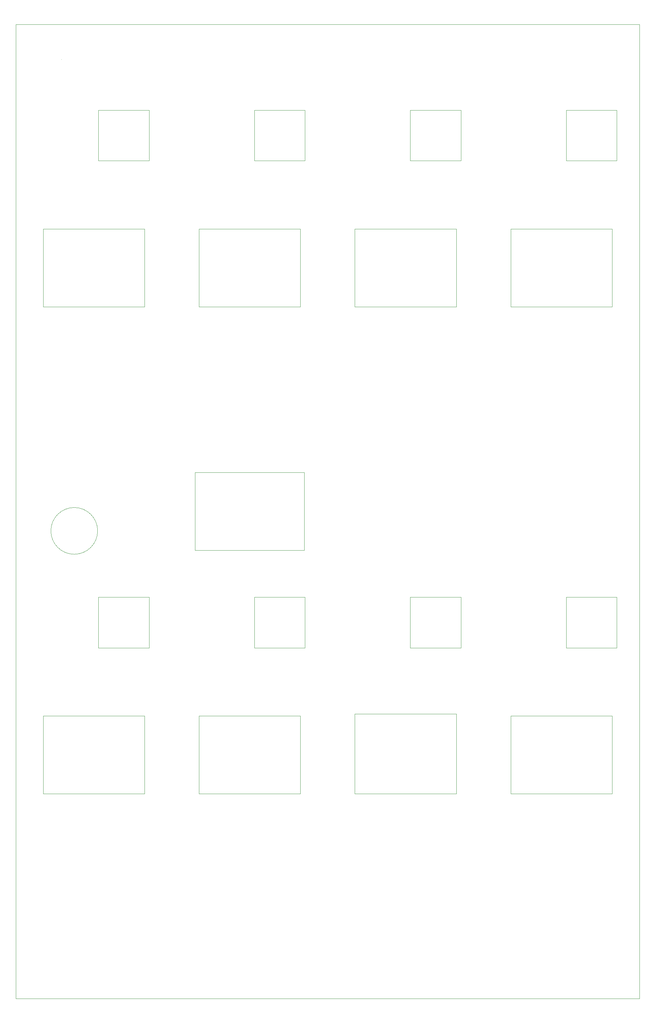
<source format=gbr>
%TF.GenerationSoftware,KiCad,Pcbnew,(6.0.5)*%
%TF.CreationDate,2022-12-31T14:25:50+00:00*%
%TF.ProjectId,PiPicoTX816-Panel,50695069-636f-4545-9838-31362d50616e,rev?*%
%TF.SameCoordinates,Original*%
%TF.FileFunction,Profile,NP*%
%FSLAX46Y46*%
G04 Gerber Fmt 4.6, Leading zero omitted, Abs format (unit mm)*
G04 Created by KiCad (PCBNEW (6.0.5)) date 2022-12-31 14:25:50*
%MOMM*%
%LPD*%
G01*
G04 APERTURE LIST*
%TA.AperFunction,Profile*%
%ADD10C,0.100000*%
%TD*%
G04 APERTURE END LIST*
D10*
X10000000Y-10000000D02*
X170000000Y-10000000D01*
X170000000Y-10000000D02*
X170000000Y-260000000D01*
X170000000Y-260000000D02*
X10000000Y-260000000D01*
X10000000Y-260000000D02*
X10000000Y-10000000D01*
X151200000Y-157000000D02*
X164200000Y-157000000D01*
X164200000Y-157000000D02*
X164200000Y-170000000D01*
X164200000Y-170000000D02*
X151200000Y-170000000D01*
X151200000Y-170000000D02*
X151200000Y-157000000D01*
X31000000Y-140000000D02*
G75*
G03*
X31000000Y-140000000I-6000000J0D01*
G01*
X71200000Y-157000000D02*
X84200000Y-157000000D01*
X84200000Y-157000000D02*
X84200000Y-170000000D01*
X84200000Y-170000000D02*
X71200000Y-170000000D01*
X71200000Y-170000000D02*
X71200000Y-157000000D01*
X111200000Y-157000000D02*
X124200000Y-157000000D01*
X124200000Y-157000000D02*
X124200000Y-170000000D01*
X124200000Y-170000000D02*
X111200000Y-170000000D01*
X111200000Y-170000000D02*
X111200000Y-157000000D01*
X137000000Y-62500000D02*
X163000000Y-62500000D01*
X163000000Y-62500000D02*
X163000000Y-82500000D01*
X163000000Y-82500000D02*
X137000000Y-82500000D01*
X137000000Y-82500000D02*
X137000000Y-62500000D01*
X32270001Y-54330000D02*
G75*
G03*
X32270001Y-54330000I-1J0D01*
G01*
X111200000Y-32000000D02*
X124200000Y-32000000D01*
X124200000Y-32000000D02*
X124200000Y-45000000D01*
X124200000Y-45000000D02*
X111200000Y-45000000D01*
X111200000Y-45000000D02*
X111200000Y-32000000D01*
X17000000Y-187500000D02*
X43000000Y-187500000D01*
X43000000Y-187500000D02*
X43000000Y-207500000D01*
X43000000Y-207500000D02*
X17000000Y-207500000D01*
X17000000Y-207500000D02*
X17000000Y-187500000D01*
X71200000Y-32000000D02*
X84200000Y-32000000D01*
X84200000Y-32000000D02*
X84200000Y-45000000D01*
X84200000Y-45000000D02*
X71200000Y-45000000D01*
X71200000Y-45000000D02*
X71200000Y-32000000D01*
X31200000Y-32000000D02*
X44200000Y-32000000D01*
X44200000Y-32000000D02*
X44200000Y-45000000D01*
X44200000Y-45000000D02*
X31200000Y-45000000D01*
X31200000Y-45000000D02*
X31200000Y-32000000D01*
X57000000Y-187500000D02*
X83000000Y-187500000D01*
X83000000Y-187500000D02*
X83000000Y-207500000D01*
X83000000Y-207500000D02*
X57000000Y-207500000D01*
X57000000Y-207500000D02*
X57000000Y-187500000D01*
X97000000Y-187000000D02*
X123000000Y-187000000D01*
X123000000Y-187000000D02*
X123000000Y-207500000D01*
X123000000Y-207500000D02*
X97000000Y-207500000D01*
X97000000Y-207500000D02*
X97000000Y-187000000D01*
X31200000Y-157000000D02*
X44200000Y-157000000D01*
X44200000Y-157000000D02*
X44200000Y-170000000D01*
X44200000Y-170000000D02*
X31200000Y-170000000D01*
X31200000Y-170000000D02*
X31200000Y-157000000D01*
X151200000Y-32000000D02*
X164200000Y-32000000D01*
X164200000Y-32000000D02*
X164200000Y-45000000D01*
X164200000Y-45000000D02*
X151200000Y-45000000D01*
X151200000Y-45000000D02*
X151200000Y-32000000D01*
X97000000Y-62500000D02*
X123000000Y-62500000D01*
X123000000Y-62500000D02*
X123000000Y-82500000D01*
X123000000Y-82500000D02*
X97000000Y-82500000D01*
X97000000Y-82500000D02*
X97000000Y-62500000D01*
X21730001Y-19050000D02*
G75*
G03*
X21730001Y-19050000I-1J0D01*
G01*
X137000000Y-187500000D02*
X163000000Y-187500000D01*
X163000000Y-187500000D02*
X163000000Y-207500000D01*
X163000000Y-207500000D02*
X137000000Y-207500000D01*
X137000000Y-207500000D02*
X137000000Y-187500000D01*
X56000000Y-125000000D02*
X84000000Y-125000000D01*
X84000000Y-125000000D02*
X84000000Y-145000000D01*
X84000000Y-145000000D02*
X56000000Y-145000000D01*
X56000000Y-145000000D02*
X56000000Y-125000000D01*
X17000000Y-62500000D02*
X43000000Y-62500000D01*
X43000000Y-62500000D02*
X43000000Y-82500000D01*
X43000000Y-82500000D02*
X17000000Y-82500000D01*
X17000000Y-82500000D02*
X17000000Y-62500000D01*
X57000000Y-62500000D02*
X83000000Y-62500000D01*
X83000000Y-62500000D02*
X83000000Y-82500000D01*
X83000000Y-82500000D02*
X57000000Y-82500000D01*
X57000000Y-82500000D02*
X57000000Y-62500000D01*
M02*

</source>
